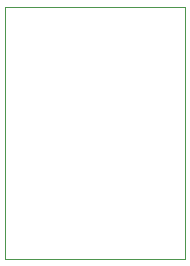
<source format=gbr>
%TF.GenerationSoftware,KiCad,Pcbnew,(6.0.5)*%
%TF.CreationDate,2022-07-01T10:08:15+08:00*%
%TF.ProjectId,convertor,636f6e76-6572-4746-9f72-2e6b69636164,rev?*%
%TF.SameCoordinates,Original*%
%TF.FileFunction,Profile,NP*%
%FSLAX46Y46*%
G04 Gerber Fmt 4.6, Leading zero omitted, Abs format (unit mm)*
G04 Created by KiCad (PCBNEW (6.0.5)) date 2022-07-01 10:08:15*
%MOMM*%
%LPD*%
G01*
G04 APERTURE LIST*
%TA.AperFunction,Profile*%
%ADD10C,0.100000*%
%TD*%
G04 APERTURE END LIST*
D10*
X147320000Y-112268000D02*
X132080000Y-112268000D01*
X147320000Y-90932000D02*
X147320000Y-112268000D01*
X132080000Y-112268000D02*
X132080000Y-90932000D01*
X132080000Y-90932000D02*
X147320000Y-90932000D01*
M02*

</source>
